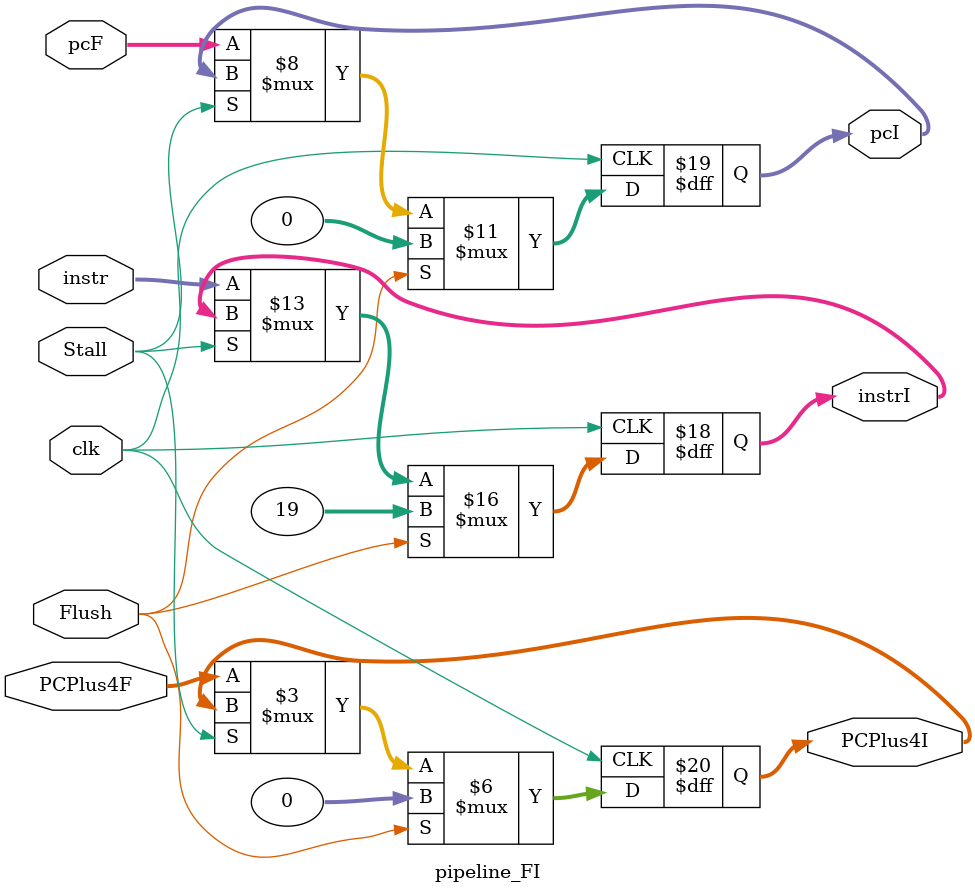
<source format=sv>
module pipeline_FI #(
    parameter DATA_WIDTH = 32
) (
    input  logic                    clk,
    input  logic                    Flush,
    input  logic                    Stall,

    input  logic [DATA_WIDTH-1:0]   instr,
    input  logic [DATA_WIDTH-1:0]   pcF,
    input  logic [DATA_WIDTH-1:0]   PCPlus4F,

    output logic [DATA_WIDTH-1:0]   instrI,
    output logic [DATA_WIDTH-1:0]   pcI,
    output logic [DATA_WIDTH-1:0]   PCPlus4I
);

always_ff @ (posedge clk) begin 
    if (Flush) begin
        instrI   <= 32'h00000013;
        pcI      <= '0;
        PCPlus4I <= '0;
    end
    else if(!Stall) begin 
        instrI   <= instr;
        pcI      <= pcF;
        PCPlus4I <= PCPlus4F;
    end


end

endmodule

</source>
